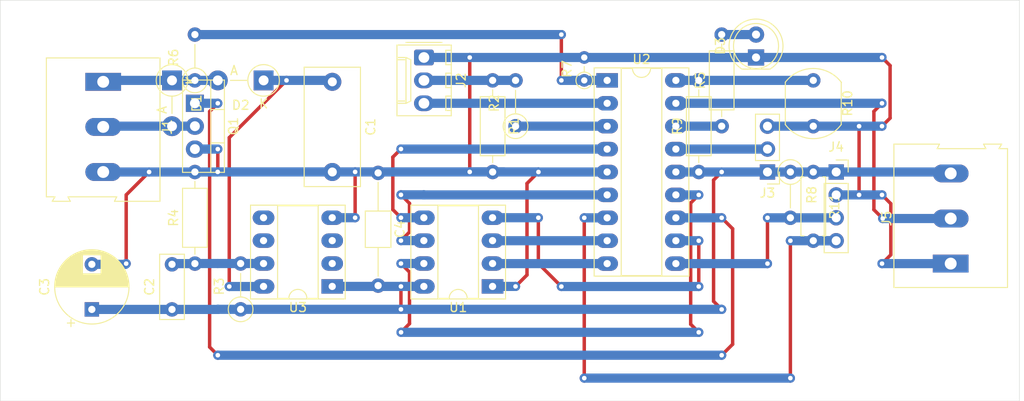
<source format=kicad_pcb>
(kicad_pcb (version 20240108) (generator "pcbnew") (generator_version "8.0")
  (title_block (title "Gate monitor") (date "2024-12-22") (company "Jotham Gates"))
  (layers (0 "F.Cu" signal) (31 "B.Cu" signal) (34 "B.Paste" user) (35 "F.Paste" user) (36 "B.SilkS" user "B.Silkscreen") (37 "F.SilkS" user "F.Silkscreen") (38 "B.Mask" user) (39 "F.Mask" user) (44 "Edge.Cuts" user))
  (net 0 "")
  (net 1 "GNDREF")
  (net 2 "+BATT")
  (net 3 "Net-(U3-FB)")
  (net 4 "+3.3V")
  (net 5 "Net-(D3-A)")
  (net 6 "Net-(J2-Pin_2)")
  (net 7 "Net-(J2-Pin_3)")
  (net 8 "/PIR")
  (net 9 "/I2C SDA")
  (net 10 "Net-(U1-NSS)")
  (net 11 "Net-(U1-MISO)")
  (net 12 "Net-(U1-DIO0)")
  (net 13 "Net-(U1-SCK)")
  (net 14 "Net-(U1-RST)")
  (net 15 "Net-(U1-MOSI)")
  (net 16 "/I2C SCL")
  (net 17 "/Hall effect")
  (net 18 "/Aux power")
  (net 19 "Net-(U2-C.4{slash}RX)")
  (net 20 "Net-(D2-K)")
  (net 21 "Net-(D1-A)")
  (net 22 "/LED")
  (net 23 "/Battery ADC")
  (net 24 "/LDR ADC")
  (footprint "Resistor_THT:R_Axial_DIN0204_L3.6mm_D1.6mm_P2.54mm_Vertical" (layer "F.Cu") (at 147.32 77.39 90)
    (property "Reference" "R7" (at 1.27 -1.92 90) (layer "F.SilkS"))
    (property "Value" "4.7k")
    (pad "1" thru_hole circle (at 0 0 90) (size 1.4 1.4) (drill 0.7) (layers "*.Cu" "*.Mask") (net 23 "/Battery ADC"))
    (pad "2" thru_hole oval (at 2.54 0 90) (size 1.4 1.4) (drill 0.7) (layers "*.Cu" "*.Mask") (net 1 "GNDREF"))
  )
  (footprint "Capacitor_THT:C_Axial_L3.8mm_D2.6mm_P12.50mm_Horizontal" (layer "F.Cu") (at 124.46 87.65 -90)
    (property "Reference" "C4" (at 6.25 -2.42 90) (layer "F.SilkS"))
    (property "Value" "100n")
    (pad "1" thru_hole circle (at 0 0 270) (size 1.6 1.6) (drill 0.8) (layers "*.Cu" "*.Mask") (net 1 "GNDREF"))
    (pad "2" thru_hole oval (at 12.5 0 270) (size 1.6 1.6) (drill 0.8) (layers "*.Cu" "*.Mask") (net 4 "+3.3V"))
  )
  (footprint "Package_DIP:DIP-18_W7.62mm_Socket_LongPads" (layer "F.Cu") (at 149.86 77.39)
    (property "Reference" "U2" (at 3.81 -2.33 0) (layer "F.SilkS"))
    (property "Value" "PICAXE-18M2")
    (pad "1" thru_hole rect (at 0 0) (size 2.4 1.6) (drill 0.8) (layers "*.Cu" "*.Mask") (net 23 "/Battery ADC"))
    (pad "2" thru_hole oval (at 0 2.54) (size 2.4 1.6) (drill 0.8) (layers "*.Cu" "*.Mask") (net 7 "Net-(J2-Pin_3)"))
    (pad "3" thru_hole oval (at 0 5.08) (size 2.4 1.6) (drill 0.8) (layers "*.Cu" "*.Mask") (net 19 "Net-(U2-C.4{slash}RX)"))
    (pad "4" thru_hole oval (at 0 7.62) (size 2.4 1.6) (drill 0.8) (layers "*.Cu" "*.Mask") (net 12 "Net-(U1-DIO0)"))
    (pad "5" thru_hole oval (at 0 10.16) (size 2.4 1.6) (drill 0.8) (layers "*.Cu" "*.Mask") (net 1 "GNDREF"))
    (pad "6" thru_hole oval (at 0 12.7) (size 2.4 1.6) (drill 0.8) (layers "*.Cu" "*.Mask") (net 15 "Net-(U1-MOSI)"))
    (pad "7" thru_hole oval (at 0 15.24) (size 2.4 1.6) (drill 0.8) (layers "*.Cu" "*.Mask") (net 9 "/I2C SDA"))
    (pad "8" thru_hole oval (at 0 17.78) (size 2.4 1.6) (drill 0.8) (layers "*.Cu" "*.Mask") (net 13 "Net-(U1-SCK)"))
    (pad "9" thru_hole oval (at 0 20.32) (size 2.4 1.6) (drill 0.8) (layers "*.Cu" "*.Mask") (net 14 "Net-(U1-RST)"))
    (pad "10" thru_hole oval (at 7.62 20.32) (size 2.4 1.6) (drill 0.8) (layers "*.Cu" "*.Mask") (net 16 "/I2C SCL"))
    (pad "11" thru_hole oval (at 7.62 17.78) (size 2.4 1.6) (drill 0.8) (layers "*.Cu" "*.Mask") (net 11 "Net-(U1-MISO)"))
    (pad "12" thru_hole oval (at 7.62 15.24) (size 2.4 1.6) (drill 0.8) (layers "*.Cu" "*.Mask") (net 18 "/Aux power"))
    (pad "13" thru_hole oval (at 7.62 12.7) (size 2.4 1.6) (drill 0.8) (layers "*.Cu" "*.Mask") (net 10 "Net-(U1-NSS)"))
    (pad "14" thru_hole oval (at 7.62 10.16) (size 2.4 1.6) (drill 0.8) (layers "*.Cu" "*.Mask") (net 4 "+3.3V"))
    (pad "15" thru_hole oval (at 7.62 7.62) (size 2.4 1.6) (drill 0.8) (layers "*.Cu" "*.Mask") (net 8 "/PIR"))
    (pad "16" thru_hole oval (at 7.62 5.08) (size 2.4 1.6) (drill 0.8) (layers "*.Cu" "*.Mask") (net 22 "/LED"))
    (pad "17" thru_hole oval (at 7.62 2.54) (size 2.4 1.6) (drill 0.8) (layers "*.Cu" "*.Mask") (net 17 "/Hall effect"))
    (pad "18" thru_hole oval (at 7.62 0) (size 2.4 1.6) (drill 0.8) (layers "*.Cu" "*.Mask") (net 24 "/LDR ADC"))
  )
  (footprint "Capacitor_THT:CP_Radial_D8.0mm_P5.00mm" (layer "F.Cu") (at 92.71 102.79 90)
    (property "Reference" "C3" (at 2.5 -5.25 90) (layer "F.SilkS"))
    (property "Value" "3.3u")
    (pad "1" thru_hole rect (at 0 0 90) (size 1.6 1.6) (drill 0.8) (layers "*.Cu" "*.Mask") (net 4 "+3.3V"))
    (pad "2" thru_hole circle (at 5 0 90) (size 1.6 1.6) (drill 0.8) (layers "*.Cu" "*.Mask") (net 1 "GNDREF"))
  )
  (footprint "Resistor_THT:R_Axial_DIN0207_L6.3mm_D2.5mm_P10.16mm_Horizontal" (layer "F.Cu") (at 162.56 82.47 90)
    (property "Reference" "R5" (at 5.08 -2.37 90) (layer "F.SilkS"))
    (property "Value" "470")
    (pad "1" thru_hole circle (at 0 0 90) (size 1.6 1.6) (drill 0.8) (layers "*.Cu" "*.Mask") (net 22 "/LED"))
    (pad "2" thru_hole oval (at 10.16 0 90) (size 1.6 1.6) (drill 0.8) (layers "*.Cu" "*.Mask") (net 5 "Net-(D3-A)"))
  )
  (footprint "Resistor_THT:R_Axial_DIN0207_L6.3mm_D2.5mm_P10.16mm_Horizontal" (layer "F.Cu") (at 160.02 87.55 90)
    (property "Reference" "R9" (at 5.08 -2.37 90) (layer "F.SilkS"))
    (property "Value" "4.7k")
    (pad "1" thru_hole circle (at 0 0 90) (size 1.6 1.6) (drill 0.8) (layers "*.Cu" "*.Mask") (net 4 "+3.3V"))
    (pad "2" thru_hole oval (at 10.16 0 90) (size 1.6 1.6) (drill 0.8) (layers "*.Cu" "*.Mask") (net 24 "/LDR ADC"))
  )
  (footprint "Resistor_THT:R_Axial_DIN0207_L6.3mm_D2.5mm_P10.16mm_Horizontal" (layer "F.Cu") (at 137.16 77.39 -90)
    (property "Reference" "R1" (at 5.08 -2.37 90) (layer "F.SilkS"))
    (property "Value" "10k")
    (pad "1" thru_hole circle (at 0 0 270) (size 1.6 1.6) (drill 0.8) (layers "*.Cu" "*.Mask") (net 6 "Net-(J2-Pin_2)"))
    (pad "2" thru_hole oval (at 10.16 0 270) (size 1.6 1.6) (drill 0.8) (layers "*.Cu" "*.Mask") (net 1 "GNDREF"))
  )
  (footprint "Resistor_THT:R_Axial_DIN0207_L6.3mm_D2.5mm_P5.08mm_Vertical" (layer "F.Cu") (at 104.14 77.39 90)
    (property "Reference" "R6" (at 2.54 -2.37 90) (layer "F.SilkS"))
    (property "Value" "33k")
    (pad "1" thru_hole circle (at 0 0 90) (size 1.6 1.6) (drill 0.8) (layers "*.Cu" "*.Mask") (net 2 "+BATT"))
    (pad "2" thru_hole oval (at 5.08 0 90) (size 1.6 1.6) (drill 0.8) (layers "*.Cu" "*.Mask") (net 23 "/Battery ADC"))
  )
  (footprint "Resistor_THT:R_Axial_DIN0207_L6.3mm_D2.5mm_P5.08mm_Vertical" (layer "F.Cu") (at 109.21 102.78 90)
    (property "Reference" "R3" (at 2.54 -2.37 90) (layer "F.SilkS"))
    (property "Value" "330k")
    (pad "1" thru_hole circle (at 0 0 90) (size 1.6 1.6) (drill 0.8) (layers "*.Cu" "*.Mask") (net 4 "+3.3V"))
    (pad "2" thru_hole oval (at 5.08 0 90) (size 1.6 1.6) (drill 0.8) (layers "*.Cu" "*.Mask") (net 3 "Net-(U3-FB)"))
  )
  (footprint "TerminalBlock:TerminalBlock_Altech_AK300-3_P5.00mm" (layer "F.Cu") (at 187.96 97.71 90)
    (property "Reference" "J5" (at 5 -7.1 90) (layer "F.SilkS"))
    (property "Value" "Hall effect")
    (pad "1" thru_hole rect (at 0 0 90) (size 1.98 3.96) (drill 1.32) (layers "*.Cu" "*.Mask") (net 1 "GNDREF"))
    (pad "2" thru_hole oval (at 5 0 90) (size 1.98 3.96) (drill 1.32) (layers "*.Cu" "*.Mask") (net 17 "/Hall effect"))
    (pad "3" thru_hole oval (at 10 0 90) (size 1.98 3.96) (drill 1.32) (layers "*.Cu" "*.Mask") (net 4 "+3.3V"))
  )
  (footprint "Package_DIP:DIP-8_W7.62mm_Socket_LongPads" (layer "F.Cu") (at 137.15 100.24 180)
    (property "Reference" "U1" (at 3.81 -2.33 360) (layer "F.SilkS"))
    (property "Value" "Ra01_Breakout_Module")
    (pad "1" thru_hole rect (at 0 0 180) (size 2.4 1.6) (drill 0.8) (layers "*.Cu" "*.Mask") (net 1 "GNDREF"))
    (pad "2" thru_hole oval (at 0 2.54 180) (size 2.4 1.6) (drill 0.8) (layers "*.Cu" "*.Mask") (net 14 "Net-(U1-RST)"))
    (pad "3" thru_hole oval (at 0 5.08 180) (size 2.4 1.6) (drill 0.8) (layers "*.Cu" "*.Mask") (net 13 "Net-(U1-SCK)"))
    (pad "4" thru_hole oval (at 0 7.62 180) (size 2.4 1.6) (drill 0.8) (layers "*.Cu" "*.Mask") (net 11 "Net-(U1-MISO)"))
    (pad "5" thru_hole oval (at 7.62 7.62 180) (size 2.4 1.6) (drill 0.8) (layers "*.Cu" "*.Mask") (net 12 "Net-(U1-DIO0)"))
    (pad "6" thru_hole oval (at 7.62 5.08 180) (size 2.4 1.6) (drill 0.8) (layers "*.Cu" "*.Mask") (net 15 "Net-(U1-MOSI)"))
    (pad "7" thru_hole oval (at 7.62 2.54 180) (size 2.4 1.6) (drill 0.8) (layers "*.Cu" "*.Mask") (net 10 "Net-(U1-NSS)"))
    (pad "8" thru_hole oval (at 7.62 0 180) (size 2.4 1.6) (drill 0.8) (layers "*.Cu" "*.Mask") (net 4 "+3.3V"))
  )
  (footprint "Package_TO_SOT_THT:TO-220-3_Vertical" (layer "F.Cu") (at 104.14 79.93 -90)
    (property "Reference" "Q1" (at 2.54 -4.27 90) (layer "F.SilkS"))
    (property "Value" "IRLB8721PBF")
    (pad "1" thru_hole rect (at 0 0 270) (size 1.905 2) (drill 1.1) (layers "*.Cu" "*.Mask") (net 18 "/Aux power"))
    (pad "2" thru_hole oval (at 2.54 0 270) (size 1.905 2) (drill 1.1) (layers "*.Cu" "*.Mask") (net 21 "Net-(D1-A)"))
    (pad "3" thru_hole oval (at 5.08 0 270) (size 1.905 2) (drill 1.1) (layers "*.Cu" "*.Mask") (net 1 "GNDREF"))
  )
  (footprint "Resistor_THT:R_Axial_DIN0207_L6.3mm_D2.5mm_P7.62mm_Horizontal" (layer "F.Cu") (at 172.72 87.55 -90)
    (property "Reference" "R11" (at 3.81 -2.37 -90) (layer "F.SilkS"))
    (property "Value" "4.7k")
    (pad "1" thru_hole circle (at 0 0 270) (size 1.6 1.6) (drill 0.8) (layers "*.Cu" "*.Mask") (net 4 "+3.3V"))
    (pad "2" thru_hole oval (at 7.62 0 270) (size 1.6 1.6) (drill 0.8) (layers "*.Cu" "*.Mask") (net 9 "/I2C SDA"))
  )
  (footprint "Diode_THT:D_DO-41_SOD81_P5.08mm_Vertical_AnodeUp" (layer "F.Cu") (at 111.76 77.39 180)
    (property "Reference" "D2" (at 2.54 -2.750635 180) (layer "F.SilkS"))
    (property "Value" "1N4004")
    (fp_text user "K" (at 0 -2.6 360) (layer "F.SilkS"))
    (fp_text user "A" (at 3.28 1.1 180) (layer "F.SilkS"))
    (pad "1" thru_hole rect (at 0 0 180) (size 2.2 2.2) (drill 1.1) (layers "*.Cu" "*.Mask") (net 20 "Net-(D2-K)"))
    (pad "2" thru_hole oval (at 5.08 0 180) (size 2.2 2.2) (drill 1.1) (layers "*.Cu" "*.Mask") (net 2 "+BATT"))
  )
  (footprint "Connector_Molex:Molex_KK-254_AE-6410-03A_1x03_P2.54mm_Vertical" (layer "F.Cu") (at 129.54 74.85 -90)
    (property "Reference" "J2" (at 2.54 -4.12 90) (layer "F.SilkS"))
    (property "Value" "Conn_01x03")
    (pad "1" thru_hole roundrect (at 0 0 270) (size 1.74 2.19) (drill 1.19) (layers "*.Cu" "*.Mask") (roundrect_rratio 0.143678) (net 1 "GNDREF"))
    (pad "2" thru_hole oval (at 2.54 0 270) (size 1.74 2.19) (drill 1.19) (layers "*.Cu" "*.Mask") (net 6 "Net-(J2-Pin_2)"))
    (pad "3" thru_hole oval (at 5.08 0 270) (size 1.74 2.19) (drill 1.19) (layers "*.Cu" "*.Mask") (net 7 "Net-(J2-Pin_3)"))
  )
  (footprint "Connector_PinHeader_2.54mm:PinHeader_1x03_P2.54mm_Vertical" (layer "F.Cu") (at 167.64 87.55 180)
    (property "Reference" "J3" (at 0 -2.33 360) (layer "F.SilkS"))
    (property "Value" "PIR sensor")
    (pad "1" thru_hole rect (at 0 0 180) (size 1.7 1.7) (drill 1) (layers "*.Cu" "*.Mask") (net 4 "+3.3V"))
    (pad "2" thru_hole oval (at 0 2.54 180) (size 1.7 1.7) (drill 1) (layers "*.Cu" "*.Mask") (net 8 "/PIR"))
    (pad "3" thru_hole oval (at 0 5.08 180) (size 1.7 1.7) (drill 1) (layers "*.Cu" "*.Mask") (net 1 "GNDREF"))
  )
  (footprint "Connector_PinSocket_2.54mm:PinSocket_1x04_P2.54mm_Vertical" (layer "F.Cu") (at 175.26 87.55)
    (property "Reference" "J4" (at 0 -2.77 0) (layer "F.SilkS"))
    (property "Value" "AHT20 temperature sensor")
    (pad "1" thru_hole rect (at 0 0) (size 1.7 1.7) (drill 1) (layers "*.Cu" "*.Mask") (net 4 "+3.3V"))
    (pad "2" thru_hole oval (at 0 2.54) (size 1.7 1.7) (drill 1) (layers "*.Cu" "*.Mask") (net 1 "GNDREF"))
    (pad "3" thru_hole oval (at 0 5.08) (size 1.7 1.7) (drill 1) (layers "*.Cu" "*.Mask") (net 16 "/I2C SCL"))
    (pad "4" thru_hole oval (at 0 7.62) (size 1.7 1.7) (drill 1) (layers "*.Cu" "*.Mask") (net 9 "/I2C SDA"))
  )
  (footprint "OptoDevice:R_LDR_7x6mm_P5.1mm_Vertical" (layer "F.Cu") (at 172.72 77.39 -90)
    (property "Reference" "R10" (at 2.54 -3.81 -90) (layer "F.SilkS"))
    (property "Value" "LDR07")
    (pad "1" thru_hole circle (at 0 0 270) (size 1.6 1.6) (drill 0.8) (layers "*.Cu" "*.Mask") (net 24 "/LDR ADC"))
    (pad "2" thru_hole circle (at 5.08 0 270) (size 1.6 1.6) (drill 0.8) (layers "*.Cu" "*.Mask") (net 1 "GNDREF"))
  )
  (footprint "Package_DIP:DIP-8_W7.62mm_Socket_LongPads" (layer "F.Cu") (at 119.37 100.24 180)
    (property "Reference" "U3" (at 3.81 -2.33 360) (layer "F.SilkS"))
    (property "Value" "MIC2954")
    (pad "1" thru_hole rect (at 0 0 180) (size 2.4 1.6) (drill 0.8) (layers "*.Cu" "*.Mask") (net 4 "+3.3V"))
    (pad "2" thru_hole oval (at 0 2.54 180) (size 2.4 1.6) (drill 0.8) (layers "*.Cu" "*.Mask"))
    (pad "3" thru_hole oval (at 0 5.08 180) (size 2.4 1.6) (drill 0.8) (layers "*.Cu" "*.Mask"))
    (pad "4" thru_hole oval (at 0 7.62 180) (size 2.4 1.6) (drill 0.8) (layers "*.Cu" "*.Mask") (net 1 "GNDREF"))
    (pad "5" thru_hole oval (at 7.62 7.62 180) (size 2.4 1.6) (drill 0.8) (layers "*.Cu" "*.Mask"))
    (pad "6" thru_hole oval (at 7.62 5.08 180) (size 2.4 1.6) (drill 0.8) (layers "*.Cu" "*.Mask"))
    (pad "7" thru_hole oval (at 7.62 2.54 180) (size 2.4 1.6) (drill 0.8) (layers "*.Cu" "*.Mask") (net 3 "Net-(U3-FB)"))
    (pad "8" thru_hole oval (at 7.62 0 180) (size 2.4 1.6) (drill 0.8) (layers "*.Cu" "*.Mask") (net 20 "Net-(D2-K)"))
  )
  (footprint "Diode_THT:D_DO-41_SOD81_P5.08mm_Vertical_AnodeUp" (layer "F.Cu") (at 101.6 77.39 -90)
    (property "Reference" "D1" (at 2.54 -2.750635 90) (layer "F.SilkS"))
    (property "Value" "1N4004")
    (fp_text user "K" (at 0 -2.1 90) (layer "F.SilkS"))
    (fp_text user "A" (at 3.28 1.1 90) (layer "F.SilkS"))
    (pad "1" thru_hole rect (at 0 0 270) (size 2.2 2.2) (drill 1.1) (layers "*.Cu" "*.Mask") (net 2 "+BATT"))
    (pad "2" thru_hole oval (at 5.08 0 270) (size 2.2 2.2) (drill 1.1) (layers "*.Cu" "*.Mask") (net 21 "Net-(D1-A)"))
  )
  (footprint "Capacitor_THT:C_Rect_L13.0mm_W6.0mm_P10.00mm_FKS3_FKP3_MKS4" (layer "F.Cu") (at 119.38 77.55 -90)
    (property "Reference" "C1" (at 5 -4.25 -90) (layer "F.SilkS"))
    (property "Value" "100u")
    (pad "1" thru_hole circle (at 0 0 270) (size 2 2) (drill 1) (layers "*.Cu" "*.Mask") (net 20 "Net-(D2-K)"))
    (pad "2" thru_hole circle (at 10 0 270) (size 2 2) (drill 1) (layers "*.Cu" "*.Mask") (net 1 "GNDREF"))
  )
  (footprint "Resistor_THT:R_Axial_DIN0207_L6.3mm_D2.5mm_P5.08mm_Vertical" (layer "F.Cu") (at 139.7 82.47 90)
    (property "Reference" "R2" (at 2.54 -2.37 90) (layer "F.SilkS"))
    (property "Value" "22k")
    (pad "1" thru_hole circle (at 0 0 90) (size 1.6 1.6) (drill 0.8) (layers "*.Cu" "*.Mask") (net 19 "Net-(U2-C.4{slash}RX)"))
    (pad "2" thru_hole oval (at 5.08 0 90) (size 1.6 1.6) (drill 0.8) (layers "*.Cu" "*.Mask") (net 6 "Net-(J2-Pin_2)"))
  )
  (footprint "LED_THT:LED_D5.0mm" (layer "F.Cu") (at 166.37 74.85 90)
    (property "Reference" "D3" (at 1.27 -3.96 90) (layer "F.SilkS"))
    (property "Value" "LED")
    (pad "1" thru_hole rect (at 0 0 90) (size 1.8 1.8) (drill 0.9) (layers "*.Cu" "*.Mask") (net 1 "GNDREF"))
    (pad "2" thru_hole circle (at 2.54 0 90) (size 1.8 1.8) (drill 0.9) (layers "*.Cu" "*.Mask") (net 5 "Net-(D3-A)"))
  )
  (footprint "Resistor_THT:R_Axial_DIN0207_L6.3mm_D2.5mm_P5.08mm_Vertical" (layer "F.Cu") (at 170.18 87.55 -90)
    (property "Reference" "R8" (at 2.54 -2.37 -90) (layer "F.SilkS"))
    (property "Value" "4.7k")
    (pad "1" thru_hole circle (at 0 0 270) (size 1.6 1.6) (drill 0.8) (layers "*.Cu" "*.Mask") (net 4 "+3.3V"))
    (pad "2" thru_hole oval (at 5.08 0 270) (size 1.6 1.6) (drill 0.8) (layers "*.Cu" "*.Mask") (net 16 "/I2C SCL"))
  )
  (footprint "Resistor_THT:R_Axial_DIN0207_L6.3mm_D2.5mm_P10.16mm_Horizontal" (layer "F.Cu") (at 104.14 97.71 90)
    (property "Reference" "R4" (at 5.08 -2.37 90) (layer "F.SilkS"))
    (property "Value" "220k")
    (pad "1" thru_hole circle (at 0 0 90) (size 1.6 1.6) (drill 0.8) (layers "*.Cu" "*.Mask") (net 3 "Net-(U3-FB)"))
    (pad "2" thru_hole oval (at 10.16 0 90) (size 1.6 1.6) (drill 0.8) (layers "*.Cu" "*.Mask") (net 1 "GNDREF"))
  )
  (footprint "Capacitor_THT:C_Disc_D7.0mm_W2.5mm_P5.00mm" (layer "F.Cu") (at 101.6 102.79 90)
    (property "Reference" "C2" (at 2.5 -2.5 90) (layer "F.SilkS"))
    (property "Value" "100pF")
    (pad "1" thru_hole circle (at 0 0 90) (size 1.6 1.6) (drill 0.8) (layers "*.Cu" "*.Mask") (net 4 "+3.3V"))
    (pad "2" thru_hole circle (at 5 0 90) (size 1.6 1.6) (drill 0.8) (layers "*.Cu" "*.Mask") (net 3 "Net-(U3-FB)"))
  )
  (footprint "TerminalBlock:TerminalBlock_Altech_AK300-3_P5.00mm" (layer "F.Cu") (at 93.97 77.55 -90)
    (property "Reference" "J1" (at 5 -7.1 90) (layer "F.SilkS"))
    (property "Value" "Screw_Terminal_01x03")
    (pad "1" thru_hole rect (at 0 0 270) (size 1.98 3.96) (drill 1.32) (layers "*.Cu" "*.Mask") (net 2 "+BATT"))
    (pad "2" thru_hole oval (at 5 0 270) (size 1.98 3.96) (drill 1.32) (layers "*.Cu" "*.Mask") (net 21 "Net-(D1-A)"))
    (pad "3" thru_hole oval (at 10 0 270) (size 1.98 3.96) (drill 1.32) (layers "*.Cu" "*.Mask") (net 1 "GNDREF"))
  )
  (gr_rect (start 82.55 68.5) (end 195.58 112.95) (stroke (width 0.05)) (fill none) (layer "Edge.Cuts"))
  (segment (start 181.3185 91.0685) (end 181.3185 96.7315) (width 0.381) (layer "F.Cu") (net 1))
  (segment (start 96.52 90.09) (end 99.06 87.55) (width 0.381) (layer "F.Cu") (net 1))
  (segment (start 140.97 98.97) (end 140.97 88.82) (width 0.381) (layer "F.Cu") (net 1))
  (segment (start 181.3185 96.7315) (end 180.34 97.71) (width 0.381) (layer "F.Cu") (net 1))
  (segment (start 177.8 82.47) (end 177.8 90.09) (width 0.381) (layer "F.Cu") (net 1))
  (segment (start 106.68 85.01) (end 106.68 87.53) (width 0.381) (layer "F.Cu") (net 1))
  (segment (start 121.91 92.62) (end 121.91 87.54) (width 0.381) (layer "F.Cu") (net 1))
  (segment (start 140.97 88.82) (end 142.24 87.55) (width 0.381) (layer "F.Cu") (net 1))
  (segment (start 139.7 100.24) (end 140.97 98.97) (width 0.381) (layer "F.Cu") (net 1))
  (segment (start 180.34 90.09) (end 181.3185 91.0685) (width 0.381) (layer "F.Cu") (net 1))
  (segment (start 180.34 74.85) (end 181.2385 75.7485) (width 0.381) (layer "F.Cu") (net 1))
  (segment (start 106.68 87.53) (end 106.67 87.54) (width 0.381) (layer "F.Cu") (net 1))
  (segment (start 181.2385 81.5715) (end 180.34 82.47) (width 0.381) (layer "F.Cu") (net 1))
  (segment (start 96.52 97.71) (end 96.52 90.09) (width 0.381) (layer "F.Cu") (net 1))
  (segment (start 181.2385 75.7485) (end 181.2385 81.5715) (width 0.381) (layer "F.Cu") (net 1))
  (segment (start 134.62 74.85) (end 134.62 87.54) (width 0.381) (layer "F.Cu") (net 1))
  (via (at 99.06 87.55) (size 1.016) (drill 0.508) (layers "F.Cu" "B.Cu") (net 1))
  (via (at 121.91 92.62) (size 1.016) (drill 0.508) (layers "F.Cu" "B.Cu") (net 1))
  (via (at 106.67 87.54) (size 1.016) (drill 0.508) (layers "F.Cu" "B.Cu") (net 1))
  (via (at 180.34 97.71) (size 1.016) (drill 0.508) (layers "F.Cu" "B.Cu") (net 1))
  (via (at 142.24 87.55) (size 1.016) (drill 0.508) (layers "F.Cu" "B.Cu") (net 1))
  (via (at 177.8 82.47) (size 1.016) (drill 0.508) (layers "F.Cu" "B.Cu") (net 1))
  (via (at 134.62 87.54) (size 1.016) (drill 0.508) (layers "F.Cu" "B.Cu") (net 1))
  (via (at 177.8 90.09) (size 1.016) (drill 0.508) (layers "F.Cu" "B.Cu") (net 1))
  (via (at 121.91 87.54) (size 1.016) (drill 0.508) (layers "F.Cu" "B.Cu") (net 1))
  (via (at 180.34 90.09) (size 1.016) (drill 0.508) (layers "F.Cu" "B.Cu") (net 1))
  (via (at 139.7 100.24) (size 1.016) (drill 0.508) (layers "F.Cu" "B.Cu") (net 1))
  (via (at 106.68 85.01) (size 1.016) (drill 0.508) (layers "F.Cu" "B.Cu") (net 1))
  (via (at 96.52 97.71) (size 1.016) (drill 0.508) (layers "F.Cu" "B.Cu") (net 1))
  (via (at 134.62 74.85) (size 1.016) (drill 0.508) (layers "F.Cu" "B.Cu") (net 1))
  (via (at 180.34 82.47) (size 1.016) (drill 0.508) (layers "F.Cu" "B.Cu") (net 1))
  (via (at 180.34 74.85) (size 1.016) (drill 0.508) (layers "F.Cu" "B.Cu") (net 1))
  (segment (start 142.24 87.55) (end 149.86 87.55) (width 1.016) (layer "B.Cu") (net 1))
  (segment (start 172.72 82.47) (end 167.64 82.47) (width 1.016) (layer "B.Cu") (net 1))
  (segment (start 119.37 92.62) (end 121.91 92.62) (width 1.016) (layer "B.Cu") (net 1))
  (segment (start 180.34 97.71) (end 187.96 97.71) (width 1.016) (layer "B.Cu") (net 1))
  (segment (start 180.34 82.47) (end 177.8 82.47) (width 1.016) (layer "B.Cu") (net 1))
  (segment (start 142.23 87.54) (end 142.24 87.55) (width 1.016) (layer "B.Cu") (net 1))
  (segment (start 106.66 87.55) (end 104.14 87.55) (width 1.016) (layer "B.Cu") (net 1))
  (segment (start 138.43 87.54) (end 121.91 87.54) (width 1.016) (layer "B.Cu") (net 1))
  (segment (start 96.44 97.79) (end 96.52 97.71) (width 1.016) (layer "B.Cu") (net 1))
  (segment (start 166.37 74.85) (end 134.62 74.85) (width 1.016) (layer "B.Cu") (net 1))
  (segment (start 99.06 87.55) (end 92.71 87.55) (width 1.016) (layer "B.Cu") (net 1))
  (segment (start 177.8 90.09) (end 180.34 90.09) (width 1.016) (layer "B.Cu") (net 1))
  (segment (start 104.14 87.55) (end 99.06 87.55) (width 1.016) (layer "B.Cu") (net 1))
  (segment (start 172.72 82.47) (end 177.8 82.47) (width 1.016) (layer "B.Cu") (net 1))
  (segment (start 139.7 100.24) (end 137.15 100.24) (width 1.016) (layer "B.Cu") (net 1))
  (segment (start 177.8 90.09) (end 175.26 90.09) (width 1.016) (layer "B.Cu") (net 1))
  (segment (start 106.67 87.54) (end 106.66 87.55) (width 1.016) (layer "B.Cu") (net 1))
  (segment (start 106.67 87.54) (end 121.91 87.54) (width 1.016) (layer "B.Cu") (net 1))
  (segment (start 134.62 87.54) (end 142.23 87.54) (width 1.016) (layer "B.Cu") (net 1))
  (segment (start 104.465 85.01) (end 106.68 85.01) (width 1.016) (layer "B.Cu") (net 1))
  (segment (start 180.34 74.85) (end 166.37 74.85) (width 1.016) (layer "B.Cu") (net 1))
  (segment (start 92.71 97.79) (end 96.44 97.79) (width 1.016) (layer "B.Cu") (net 1))
  (segment (start 129.54 74.85) (end 134.62 74.85) (width 1.016) (layer "B.Cu") (net 1))
  (segment (start 101.6 77.39) (end 94.13 77.39) (width 1.016) (layer "B.Cu") (net 2))
  (segment (start 94.13 77.39) (end 93.97 77.55) (width 1.016) (layer "B.Cu") (net 2))
  (segment (start 106.68 77.39) (end 101.6 77.39) (width 1.016) (layer "B.Cu") (net 2))
  (segment (start 101.68 97.71) (end 101.6 97.79) (width 1.016) (layer "B.Cu") (net 3))
  (segment (start 106.67 97.7) (end 104.23 97.7) (width 1.016) (layer "B.Cu") (net 3))
  (segment (start 104.14 97.71) (end 101.68 97.71) (width 1.016) (layer "B.Cu") (net 3))
  (segment (start 104.23 97.7) (end 104.14 97.79) (width 1.016) (layer "B.Cu") (net 3))
  (segment (start 111.75 97.7) (end 106.67 97.7) (width 1.016) (layer "B.Cu") (net 3))
  (segment (start 161.6615 101.8915) (end 161.6615 88.4485) (width 0.381) (layer "F.Cu") (net 4))
  (segment (start 161.6615 88.4485) (end 162.56 87.55) (width 0.381) (layer "F.Cu") (net 4))
  (segment (start 162.56 102.79) (end 161.6615 101.8915) (width 0.381) (layer "F.Cu") (net 4))
  (segment (start 126.99 100.24) (end 126.99 102.78) (width 0.381) (layer "F.Cu") (net 4))
  (via (at 162.56 87.55) (size 1.016) (drill 0.508) (layers "F.Cu" "B.Cu") (net 4))
  (via (at 126.99 102.78) (size 1.016) (drill 0.508) (layers "F.Cu" "B.Cu") (net 4))
  (via (at 162.56 102.79) (size 1.016) (drill 0.508) (layers "F.Cu" "B.Cu") (net 4))
  (via (at 126.99 100.24) (size 1.016) (drill 0.508) (layers "F.Cu" "B.Cu") (net 4))
  (segment (start 109.2 102.79) (end 109.21 102.78) (width 1.016) (layer "B.Cu") (net 4))
  (segment (start 119.37 100.24) (end 129.53 100.24) (width 1.016) (layer "B.Cu") (net 4))
  (segment (start 160.02 87.55) (end 157.48 87.55) (width 1.016) (layer "B.Cu") (net 4))
  (segment (start 162.55 102.78) (end 162.56 102.79) (width 1.016) (layer "B.Cu") (net 4))
  (segment (start 172.72 87.55) (end 187.8 87.55) (width 1.016) (layer "B.Cu") (net 4))
  (segment (start 170.18 87.55) (end 162.56 87.55) (width 1.016) (layer "B.Cu") (net 4))
  (segment (start 106.69 102.78) (end 106.68 102.79) (width 1.016) (layer "B.Cu") (net 4))
  (segment (start 160.02 87.55) (end 162.56 87.55) (width 1.016) (layer "B.Cu") (net 4))
  (segment (start 109.21 102.78) (end 162.55 102.78) (width 1.016) (layer "B.Cu") (net 4))
  (segment (start 101.6 102.79) (end 92.71 102.79) (width 1.016) (layer "B.Cu") (net 4))
  (segment (start 170.18 87.55) (end 175.26 87.55) (width 1.016) (layer "B.Cu") (net 4))
  (segment (start 109.21 102.78) (end 106.69 102.78) (width 1.016) (layer "B.Cu") (net 4))
  (segment (start 106.68 102.79) (end 101.6 102.79) (width 1.016) (layer "B.Cu") (net 4))
  (segment (start 162.56 72.31) (end 166.37 72.31) (width 1.016) (layer "B.Cu") (net 5))
  (segment (start 129.54 77.39) (end 139.7 77.39) (width 1.016) (layer "B.Cu") (net 6))
  (segment (start 129.54 79.93) (end 149.86 79.93) (width 1.016) (layer "B.Cu") (net 7))
  (segment (start 167.64 85.01) (end 157.48 85.01) (width 1.016) (layer "B.Cu") (net 8))
  (segment (start 170.18 110.41) (end 170.18 95.17) (width 0.381) (layer "F.Cu") (net 9))
  (segment (start 147.32 110.41) (end 147.32 92.63) (width 0.381) (layer "F.Cu") (net 9))
  (via (at 147.32 92.63) (size 1.016) (drill 0.508) (layers "F.Cu" "B.Cu") (net 9))
  (via (at 170.18 95.17) (size 1.016) (drill 0.508) (layers "F.Cu" "B.Cu") (net 9))
  (via (at 170.18 110.41) (size 1.016) (drill 0.508) (layers "F.Cu" "B.Cu") (net 9))
  (via (at 147.32 110.41) (size 1.016) (drill 0.508) (layers "F.Cu" "B.Cu") (net 9))
  (segment (start 149.86 92.63) (end 147.32 92.63) (width 1.016) (layer "B.Cu") (net 9))
  (segment (start 175.26 95.17) (end 170.18 95.17) (width 1.016) (layer "B.Cu") (net 9))
  (segment (start 175.26 95.17) (end 172.72 95.17) (width 1.016) (layer "B.Cu") (net 9))
  (segment (start 170.18 110.41) (end 147.32 110.41) (width 1.016) (layer "B.Cu") (net 9))
  (segment (start 160.02 90.09) (end 159.1215 90.9885) (width 0.381) (layer "F.Cu") (net 10))
  (segment (start 159.1215 104.4315) (end 160.02 105.33) (width 0.381) (layer "F.Cu") (net 10))
  (segment (start 126.99 97.7) (end 127.9395 98.6495) (width 0.381) (layer "F.Cu") (net 10))
  (segment (start 127 105.31) (end 127.9395 104.3705) (width 0.381) (layer "F.Cu") (net 10))
  (segment (start 159.1215 90.9885) (end 159.1215 104.4315) (width 0.381) (layer "F.Cu") (net 10))
  (segment (start 127 105.33) (end 127 105.31) (width 0.381) (layer "F.Cu") (net 10))
  (segment (start 127.9395 98.6495) (end 127.9395 104.3705) (width 0.381) (layer "F.Cu") (net 10))
  (via (at 160.02 90.09) (size 1.016) (drill 0.508) (layers "F.Cu" "B.Cu") (net 10))
  (via (at 126.99 97.7) (size 1.016) (drill 0.508) (layers "F.Cu" "B.Cu") (net 10))
  (via (at 160.02 105.33) (size 1.016) (drill 0.508) (layers "F.Cu" "B.Cu") (net 10))
  (via (at 127 105.33) (size 1.016) (drill 0.508) (layers "F.Cu" "B.Cu") (net 10))
  (segment (start 160.02 105.33) (end 127 105.33) (width 1.016) (layer "B.Cu") (net 10))
  (segment (start 160.02 90.09) (end 157.48 90.09) (width 1.016) (layer "B.Cu") (net 10))
  (segment (start 129.53 97.7) (end 126.99 97.7) (width 1.016) (layer "B.Cu") (net 10))
  (segment (start 144.78 100.25) (end 142.23 97.7) (width 0.381) (layer "F.Cu") (net 11))
  (segment (start 142.23 97.7) (end 142.23 92.62) (width 0.381) (layer "F.Cu") (net 11))
  (segment (start 160.02 100.25) (end 160.02 95.17) (width 0.381) (layer "F.Cu") (net 11))
  (via (at 142.23 92.62) (size 1.016) (drill 0.508) (layers "F.Cu" "B.Cu") (net 11))
  (via (at 160.02 100.25) (size 1.016) (drill 0.508) (layers "F.Cu" "B.Cu") (net 11))
  (via (at 160.02 95.17) (size 1.016) (drill 0.508) (layers "F.Cu" "B.Cu") (net 11))
  (via (at 144.78 100.25) (size 1.016) (drill 0.508) (layers "F.Cu" "B.Cu") (net 11))
  (segment (start 160.02 95.17) (end 157.48 95.17) (width 1.016) (layer "B.Cu") (net 11))
  (segment (start 137.15 92.62) (end 142.23 92.62) (width 1.016) (layer "B.Cu") (net 11))
  (segment (start 144.78 100.25) (end 160.02 100.25) (width 1.016) (layer "B.Cu") (net 11))
  (segment (start 126.99 92.62) (end 126.0915 91.7215) (width 0.381) (layer "F.Cu") (net 12))
  (segment (start 126.0915 91.7215) (end 126.0915 85.8985) (width 0.381) (layer "F.Cu") (net 12))
  (segment (start 126.0915 85.8985) (end 126.99 85) (width 0.381) (layer "F.Cu") (net 12))
  (via (at 126.99 92.62) (size 1.016) (drill 0.508) (layers "F.Cu" "B.Cu") (net 12))
  (via (at 126.99 85) (size 1.016) (drill 0.508) (layers "F.Cu" "B.Cu") (net 12))
  (segment (start 129.53 92.62) (end 126.99 92.62) (width 1.016) (layer "B.Cu") (net 12))
  (segment (start 127 85.01) (end 126.99 85) (width 1.016) (layer "B.Cu") (net 12))
  (segment (start 149.86 85.01) (end 127 85.01) (width 1.016) (layer "B.Cu") (net 12))
  (segment (start 137.16 95.17) (end 137.15 95.16) (width 1.016) (layer "B.Cu") (net 13))
  (segment (start 149.86 95.17) (end 137.16 95.17) (width 1.016) (layer "B.Cu") (net 13))
  (segment (start 149.86 97.71) (end 137.16 97.71) (width 1.016) (layer "B.Cu") (net 14))
  (segment (start 137.16 97.71) (end 137.15 97.7) (width 1.016) (layer "B.Cu") (net 14))
  (segment (start 127.9395 91.0295) (end 127.9395 94.2105) (width 0.381) (layer "F.Cu") (net 15))
  (segment (start 127.9395 94.2105) (end 126.99 95.16) (width 0.381) (layer "F.Cu") (net 15))
  (segment (start 126.99 90.08) (end 127.9395 91.0295) (width 0.381) (layer "F.Cu") (net 15))
  (via (at 126.99 90.08) (size 1.016) (drill 0.508) (layers "F.Cu" "B.Cu") (net 15))
  (via (at 126.99 95.16) (size 1.016) (drill 0.508) (layers "F.Cu" "B.Cu") (net 15))
  (segment (start 149.86 90.09) (end 129.54 90.09) (width 1.016) (layer "B.Cu") (net 15))
  (segment (start 129.54 90.09) (end 129.53 90.08) (width 1.016) (layer "B.Cu") (net 15))
  (segment (start 129.53 90.08) (end 126.99 90.08) (width 1.016) (layer "B.Cu") (net 15))
  (segment (start 129.53 95.16) (end 126.99 95.16) (width 1.016) (layer "B.Cu") (net 15))
  (segment (start 167.64 97.71) (end 167.64 92.63) (width 0.381) (layer "F.Cu") (net 16))
  (via (at 167.64 97.71) (size 1.016) (drill 0.508) (layers "F.Cu" "B.Cu") (net 16))
  (via (at 167.64 92.63) (size 1.016) (drill 0.508) (layers "F.Cu" "B.Cu") (net 16))
  (segment (start 167.64 92.63) (end 170.18 92.63) (width 1.016) (layer "B.Cu") (net 16))
  (segment (start 167.64 97.71) (end 157.48 97.71) (width 1.016) (layer "B.Cu") (net 16))
  (segment (start 175.26 92.63) (end 170.18 92.63) (width 1.016) (layer "B.Cu") (net 16))
  (segment (start 179.4415 91.7315) (end 179.4415 80.8285) (width 0.381) (layer "F.Cu") (net 17))
  (segment (start 180.42 92.71) (end 179.4415 91.7315) (width 0.381) (layer "F.Cu") (net 17))
  (segment (start 179.4415 80.8285) (end 180.34 79.93) (width 0.381) (layer "F.Cu") (net 17))
  (via (at 180.42 92.71) (size 1.016) (drill 0.508) (layers "F.Cu" "B.Cu") (net 17))
  (via (at 180.34 79.93) (size 1.016) (drill 0.508) (layers "F.Cu" "B.Cu") (net 17))
  (segment (start 180.34 79.93) (end 157.48 79.93) (width 1.016) (layer "B.Cu") (net 17))
  (segment (start 180.42 92.71) (end 187.96 92.71) (width 1.016) (layer "B.Cu") (net 17))
  (segment (start 105.7715 80.8385) (end 105.7715 106.9615) (width 0.381) (layer "F.Cu") (net 18))
  (segment (start 163.776 106.654) (end 162.56 107.87) (width 0.381) (layer "F.Cu") (net 18))
  (segment (start 105.7715 106.9615) (end 106.68 107.87) (width 0.381) (layer "F.Cu") (net 18))
  (segment (start 106.68 79.93) (end 105.7715 80.8385) (width 0.381) (layer "F.Cu") (net 18))
  (segment (start 162.56 92.63) (end 163.776 93.846) (width 0.381) (layer "F.Cu") (net 18))
  (segment (start 163.776 93.846) (end 163.776 106.654) (width 0.381) (layer "F.Cu") (net 18))
  (via (at 162.56 92.63) (size 1.016) (drill 0.508) (layers "F.Cu" "B.Cu") (net 18))
  (via (at 106.68 79.93) (size 1.016) (drill 0.508) (layers "F.Cu" "B.Cu") (net 18))
  (via (at 106.68 107.87) (size 1.016) (drill 0.508) (layers "F.Cu" "B.Cu") (net 18))
  (via (at 162.56 107.87) (size 1.016) (drill 0.508) (layers "F.Cu" "B.Cu") (net 18))
  (segment (start 104.465 79.93) (end 106.68 79.93) (width 1.016) (layer "B.Cu") (net 18))
  (segment (start 162.56 107.87) (end 106.68 107.87) (width 1.016) (layer "B.Cu") (net 18))
  (segment (start 157.48 92.63) (end 162.56 92.63) (width 1.016) (layer "B.Cu") (net 18))
  (segment (start 149.86 82.47) (end 139.7 82.47) (width 1.016) (layer "B.Cu") (net 19))
  (segment (start 107.95 83.74) (end 107.95 100.25) (width 0.381) (layer "F.Cu") (net 20))
  (segment (start 114.3 77.39) (end 107.95 83.74) (width 0.381) (layer "F.Cu") (net 20))
  (via (at 107.95 100.25) (size 1.016) (drill 0.508) (layers "F.Cu" "B.Cu") (net 20))
  (via (at 114.3 77.39) (size 1.016) (drill 0.508) (layers "F.Cu" "B.Cu") (net 20))
  (segment (start 119.22 77.39) (end 119.38 77.55) (width 1.016) (layer "B.Cu") (net 20))
  (segment (start 111.76 77.39) (end 119.22 77.39) (width 1.016) (layer "B.Cu") (net 20))
  (segment (start 111.74 100.25) (end 111.75 100.24) (width 1.016) (layer "B.Cu") (net 20))
  (segment (start 107.95 100.25) (end 111.74 100.25) (width 1.016) (layer "B.Cu") (net 20))
  (segment (start 104.465 82.47) (end 92.79 82.47) (width 1.016) (layer "B.Cu") (net 21))
  (segment (start 92.79 82.47) (end 92.71 82.55) (width 1.016) (layer "B.Cu") (net 21))
  (segment (start 157.48 82.47) (end 162.56 82.47) (width 1.016) (layer "B.Cu") (net 22))
  (segment (start 144.78 72.31) (end 144.78 77.39) (width 0.381) (layer "F.Cu") (net 23))
  (via (at 144.78 77.39) (size 1.016) (drill 0.508) (layers "F.Cu" "B.Cu") (net 23))
  (via (at 144.78 72.31) (size 1.016) (drill 0.508) (layers "F.Cu" "B.Cu") (net 23))
  (segment (start 144.78 77.39) (end 149.86 77.39) (width 1.016) (layer "B.Cu") (net 23))
  (segment (start 104.14 72.31) (end 144.78 72.31) (width 1.016) (layer "B.Cu") (net 23))
  (segment (start 157.48 77.39) (end 160.02 77.39) (width 1.016) (layer "B.Cu") (net 24))
  (segment (start 160.02 77.39) (end 172.72 77.39) (width 1.016) (layer "B.Cu") (net 24))
)
</source>
